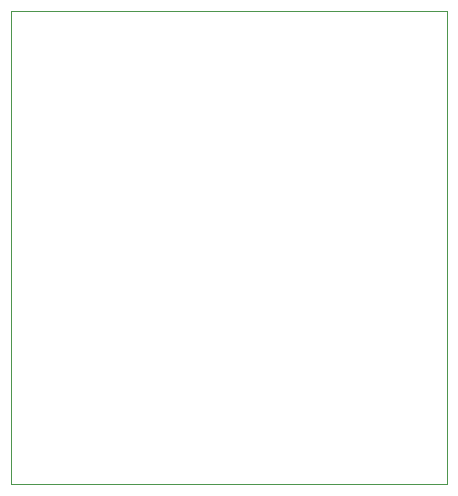
<source format=gm1>
G04 #@! TF.GenerationSoftware,KiCad,Pcbnew,9.0.0*
G04 #@! TF.CreationDate,2025-03-07T02:47:21-06:00*
G04 #@! TF.ProjectId,ATWILC1000_Breakout,41545749-4c43-4313-9030-305f42726561,rev?*
G04 #@! TF.SameCoordinates,Original*
G04 #@! TF.FileFunction,Profile,NP*
%FSLAX46Y46*%
G04 Gerber Fmt 4.6, Leading zero omitted, Abs format (unit mm)*
G04 Created by KiCad (PCBNEW 9.0.0) date 2025-03-07 02:47:21*
%MOMM*%
%LPD*%
G01*
G04 APERTURE LIST*
G04 #@! TA.AperFunction,Profile*
%ADD10C,0.050000*%
G04 #@! TD*
G04 APERTURE END LIST*
D10*
X127325000Y-83875000D02*
X164250000Y-83875000D01*
X164250000Y-123875000D01*
X127325000Y-123875000D01*
X127325000Y-83875000D01*
M02*

</source>
